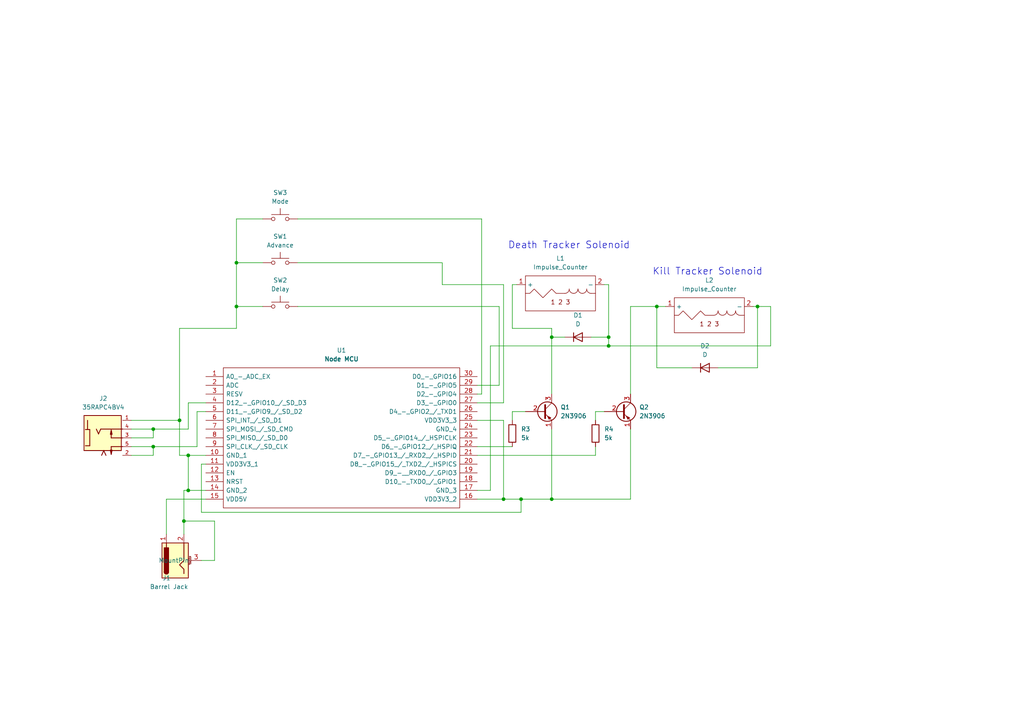
<source format=kicad_sch>
(kicad_sch (version 20211123) (generator eeschema)

  (uuid e63e39d7-6ac0-4ffd-8aa3-1841a4541b55)

  (paper "A4")

  (title_block
    (title "Stat Tracker")
    (date "2023-06-10")
    (rev "2.1")
    (comment 1 "Added a jack for triggering external hardware")
  )

  (lib_symbols
    (symbol "35RAPC4BV4:35RAPC4BV4" (pin_names (offset 1.016)) (in_bom yes) (on_board yes)
      (property "Reference" "J" (id 0) (at -5.08 7.62 0)
        (effects (font (size 1.27 1.27)) (justify left bottom))
      )
      (property "Value" "35RAPC4BV4" (id 1) (at -5.08 -7.62 0)
        (effects (font (size 1.27 1.27)) (justify left bottom))
      )
      (property "Footprint" "SWITCHCRAFT_35RAPC4BV4" (id 2) (at 0 0 0)
        (effects (font (size 1.27 1.27)) (justify bottom) hide)
      )
      (property "Datasheet" "" (id 3) (at 0 0 0)
        (effects (font (size 1.27 1.27)) hide)
      )
      (property "PARTREV" "G" (id 4) (at 0 0 0)
        (effects (font (size 1.27 1.27)) (justify bottom) hide)
      )
      (property "STANDARD" "Manufacturer Recommendations" (id 5) (at 0 0 0)
        (effects (font (size 1.27 1.27)) (justify bottom) hide)
      )
      (property "MAXIMUM_PACKAGE_HIEGHT" "12.573mm" (id 6) (at 0 0 0)
        (effects (font (size 1.27 1.27)) (justify bottom) hide)
      )
      (property "MANUFACTURER" "Switchcraft Inc." (id 7) (at 0 0 0)
        (effects (font (size 1.27 1.27)) (justify bottom) hide)
      )
      (symbol "35RAPC4BV4_0_0"
        (rectangle (start -6.1079 -3.6883) (end 4.6871 6.4717)
          (stroke (width 0.254) (type default) (color 0 0 0 0))
          (fill (type background))
        )
        (polyline
          (pts
            (xy -5.715 2.413)
            (xy -5.08 2.413)
          )
          (stroke (width 0.254) (type default) (color 0 0 0 0))
          (fill (type none))
        )
        (polyline
          (pts
            (xy -5.08 2.413)
            (xy -4.445 2.413)
          )
          (stroke (width 0.254) (type default) (color 0 0 0 0))
          (fill (type none))
        )
        (polyline
          (pts
            (xy -5.08 5.08)
            (xy -5.08 2.413)
          )
          (stroke (width 0.254) (type default) (color 0 0 0 0))
          (fill (type none))
        )
        (polyline
          (pts
            (xy -4.445 -2.286)
            (xy -5.715 -2.286)
          )
          (stroke (width 0.254) (type default) (color 0 0 0 0))
          (fill (type none))
        )
        (polyline
          (pts
            (xy -4.445 2.413)
            (xy -4.445 -2.286)
          )
          (stroke (width 0.254) (type default) (color 0 0 0 0))
          (fill (type none))
        )
        (polyline
          (pts
            (xy -1.905 1.143)
            (xy -2.54 2.54)
          )
          (stroke (width 0.254) (type default) (color 0 0 0 0))
          (fill (type none))
        )
        (polyline
          (pts
            (xy -1.27 2.54)
            (xy -1.905 1.143)
          )
          (stroke (width 0.254) (type default) (color 0 0 0 0))
          (fill (type none))
        )
        (polyline
          (pts
            (xy -0.381 -3.683)
            (xy -1.016 -5.08)
          )
          (stroke (width 0.254) (type default) (color 0 0 0 0))
          (fill (type none))
        )
        (polyline
          (pts
            (xy 0.254 -5.08)
            (xy -0.381 -3.683)
          )
          (stroke (width 0.254) (type default) (color 0 0 0 0))
          (fill (type none))
        )
        (polyline
          (pts
            (xy 1.778 -2.54)
            (xy 1.778 -4.318)
          )
          (stroke (width 0.254) (type default) (color 0 0 0 0))
          (fill (type none))
        )
        (polyline
          (pts
            (xy 1.778 -2.54)
            (xy 5.08 -2.54)
          )
          (stroke (width 0.254) (type default) (color 0 0 0 0))
          (fill (type none))
        )
        (polyline
          (pts
            (xy 1.778 0)
            (xy 1.778 1.778)
          )
          (stroke (width 0.254) (type default) (color 0 0 0 0))
          (fill (type none))
        )
        (polyline
          (pts
            (xy 1.778 0)
            (xy 5.08 0)
          )
          (stroke (width 0.254) (type default) (color 0 0 0 0))
          (fill (type none))
        )
        (polyline
          (pts
            (xy 5.08 2.54)
            (xy -1.27 2.54)
          )
          (stroke (width 0.254) (type default) (color 0 0 0 0))
          (fill (type none))
        )
        (polyline
          (pts
            (xy 1.778 -4.826)
            (xy 1.524 -3.556)
            (xy 2.032 -3.556)
            (xy 1.778 -4.826)
          )
          (stroke (width 0.254) (type default) (color 0 0 0 0))
          (fill (type outline))
        )
        (polyline
          (pts
            (xy 1.778 2.286)
            (xy 1.524 1.016)
            (xy 2.032 1.016)
            (xy 1.778 2.286)
          )
          (stroke (width 0.254) (type default) (color 0 0 0 0))
          (fill (type outline))
        )
        (pin passive line (at 7.62 5.08 180) (length 2.54)
          (name "~" (effects (font (size 1.016 1.016))))
          (number "1" (effects (font (size 1.016 1.016))))
        )
        (pin passive line (at 7.62 -5.08 180) (length 2.54)
          (name "~" (effects (font (size 1.016 1.016))))
          (number "2" (effects (font (size 1.016 1.016))))
        )
        (pin passive line (at 7.62 0 180) (length 2.54)
          (name "~" (effects (font (size 1.016 1.016))))
          (number "3" (effects (font (size 1.016 1.016))))
        )
        (pin passive line (at 7.62 2.54 180) (length 2.54)
          (name "~" (effects (font (size 1.016 1.016))))
          (number "4" (effects (font (size 1.016 1.016))))
        )
        (pin passive line (at 7.62 -2.54 180) (length 2.54)
          (name "~" (effects (font (size 1.016 1.016))))
          (number "5" (effects (font (size 1.016 1.016))))
        )
      )
    )
    (symbol "Connector:Barrel_Jack_MountingPin" (in_bom yes) (on_board yes)
      (property "Reference" "J1" (id 0) (at -5.08 1.2701 90)
        (effects (font (size 1.27 1.27)) (justify left))
      )
      (property "Value" "Barrel Jack" (id 1) (at -5.08 -1.2699 90)
        (effects (font (size 1.27 1.27)) (justify left))
      )
      (property "Footprint" "Connector_BarrelJack:BarrelJack_Horizontal" (id 2) (at 1.016 1.27 0)
        (effects (font (size 1.27 1.27)) hide)
      )
      (property "Datasheet" "~" (id 3) (at 1.016 1.27 0)
        (effects (font (size 1.27 1.27)) hide)
      )
      (property "ki_keywords" "DC power barrel jack connector" (id 4) (at 0 0 0)
        (effects (font (size 1.27 1.27)) hide)
      )
      (property "ki_description" "DC Barrel Jack with a mounting pin" (id 5) (at 0 0 0)
        (effects (font (size 1.27 1.27)) hide)
      )
      (property "ki_fp_filters" "BarrelJack*" (id 6) (at 0 0 0)
        (effects (font (size 1.27 1.27)) hide)
      )
      (symbol "Barrel_Jack_MountingPin_0_1"
        (rectangle (start -5.08 3.81) (end 5.08 -3.81)
          (stroke (width 0.254) (type default) (color 0 0 0 0))
          (fill (type background))
        )
        (arc (start -3.302 3.175) (mid -3.937 2.54) (end -3.302 1.905)
          (stroke (width 0.254) (type default) (color 0 0 0 0))
          (fill (type none))
        )
        (arc (start -3.302 3.175) (mid -3.937 2.54) (end -3.302 1.905)
          (stroke (width 0.254) (type default) (color 0 0 0 0))
          (fill (type outline))
        )
        (polyline
          (pts
            (xy 5.08 2.54)
            (xy 3.81 2.54)
          )
          (stroke (width 0.254) (type default) (color 0 0 0 0))
          (fill (type none))
        )
        (polyline
          (pts
            (xy -3.81 -2.54)
            (xy -2.54 -2.54)
            (xy -1.27 -1.27)
            (xy 0 -2.54)
            (xy 2.54 -2.54)
            (xy 5.08 -2.54)
          )
          (stroke (width 0.254) (type default) (color 0 0 0 0))
          (fill (type none))
        )
        (rectangle (start 3.683 3.175) (end -3.302 1.905)
          (stroke (width 0.254) (type default) (color 0 0 0 0))
          (fill (type outline))
        )
      )
      (symbol "Barrel_Jack_MountingPin_1_1"
        (polyline
          (pts
            (xy -1.016 -4.572)
            (xy 1.016 -4.572)
          )
          (stroke (width 0.1524) (type default) (color 0 0 0 0))
          (fill (type none))
        )
        (text "Mounting" (at 0 -4.191 0)
          (effects (font (size 0.381 0.381)))
        )
        (pin passive line (at 7.62 2.54 180) (length 2.54)
          (name "~" (effects (font (size 1.27 1.27))))
          (number "1" (effects (font (size 1.27 1.27))))
        )
        (pin passive line (at 7.62 -2.54 180) (length 2.54)
          (name "~" (effects (font (size 1.27 1.27))))
          (number "2" (effects (font (size 1.27 1.27))))
        )
        (pin passive line (at 0 -7.62 90) (length 3.048)
          (name "MountPin" (effects (font (size 1.27 1.27))))
          (number "3" (effects (font (size 1.27 1.27))))
        )
      )
    )
    (symbol "Custom_Displays:Impulse_Counter" (in_bom yes) (on_board yes)
      (property "Reference" "L1" (id 0) (at 0 10.16 0)
        (effects (font (size 1.27 1.27)))
      )
      (property "Value" "Impulse_Counter" (id 1) (at 0 7.62 0)
        (effects (font (size 1.27 1.27)))
      )
      (property "Footprint" "Connector_PinHeader_2.54mm:PinHeader_1x02_P2.54mm_Vertical" (id 2) (at 0 0 0)
        (effects (font (size 1.27 1.27)) hide)
      )
      (property "Datasheet" "" (id 3) (at 0 0 0)
        (effects (font (size 1.27 1.27)) hide)
      )
      (property "Resistance" "" (id 4) (at 0 0 0)
        (effects (font (size 1.27 1.27)))
      )
      (property "Inductance" "" (id 5) (at 0 0 0)
        (effects (font (size 1.27 1.27)))
      )
      (symbol "Impulse_Counter_0_0"
        (text "1 2 3" (at 0 -2.54 0)
          (effects (font (size 1.27 1.27)))
        )
      )
      (symbol "Impulse_Counter_0_1"
        (rectangle (start -10.16 5.08) (end 10.16 -5.08)
          (stroke (width 0) (type default) (color 0 0 0 0))
          (fill (type none))
        )
        (polyline
          (pts
            (xy 8.89 0)
            (xy 10.16 0)
          )
          (stroke (width 0) (type default) (color 0 0 0 0))
          (fill (type none))
        )
        (polyline
          (pts
            (xy -10.16 0)
            (xy -8.89 0)
            (xy -7.62 1.27)
            (xy -5.08 -1.27)
            (xy -2.54 1.27)
            (xy -1.27 0)
            (xy 0 0)
            (xy 1.27 0)
          )
          (stroke (width 0) (type default) (color 0 0 0 0))
          (fill (type none))
        )
        (arc (start 1.27 0) (mid 3.438 -0.898) (end 2.54 1.27)
          (stroke (width 0) (type default) (color 0 0 0 0))
          (fill (type none))
        )
        (arc (start 2.54 1.27) (mid 1.642 -0.898) (end 3.81 0)
          (stroke (width 0) (type default) (color 0 0 0 0))
          (fill (type none))
        )
        (arc (start 3.81 0) (mid 5.978 -0.898) (end 5.08 1.27)
          (stroke (width 0) (type default) (color 0 0 0 0))
          (fill (type none))
        )
        (arc (start 5.08 1.27) (mid 4.182 -0.898) (end 6.35 0)
          (stroke (width 0) (type default) (color 0 0 0 0))
          (fill (type none))
        )
        (arc (start 6.35 0) (mid 8.518 -0.898) (end 7.62 1.27)
          (stroke (width 0) (type default) (color 0 0 0 0))
          (fill (type none))
        )
        (arc (start 7.62 1.27) (mid 6.722 -0.898) (end 8.89 0)
          (stroke (width 0) (type default) (color 0 0 0 0))
          (fill (type none))
        )
      )
      (symbol "Impulse_Counter_1_1"
        (pin power_in line (at -12.7 2.54 0) (length 2.54)
          (name "+" (effects (font (size 1.27 1.27))))
          (number "1" (effects (font (size 1.27 1.27))))
        )
        (pin power_out line (at 12.7 2.54 180) (length 2.54)
          (name "-" (effects (font (size 1.27 1.27))))
          (number "2" (effects (font (size 1.27 1.27))))
        )
      )
    )
    (symbol "Device:D" (pin_numbers hide) (pin_names (offset 1.016) hide) (in_bom yes) (on_board yes)
      (property "Reference" "D" (id 0) (at 0 2.54 0)
        (effects (font (size 1.27 1.27)))
      )
      (property "Value" "D" (id 1) (at 0 -2.54 0)
        (effects (font (size 1.27 1.27)))
      )
      (property "Footprint" "" (id 2) (at 0 0 0)
        (effects (font (size 1.27 1.27)) hide)
      )
      (property "Datasheet" "~" (id 3) (at 0 0 0)
        (effects (font (size 1.27 1.27)) hide)
      )
      (property "ki_keywords" "diode" (id 4) (at 0 0 0)
        (effects (font (size 1.27 1.27)) hide)
      )
      (property "ki_description" "Diode" (id 5) (at 0 0 0)
        (effects (font (size 1.27 1.27)) hide)
      )
      (property "ki_fp_filters" "TO-???* *_Diode_* *SingleDiode* D_*" (id 6) (at 0 0 0)
        (effects (font (size 1.27 1.27)) hide)
      )
      (symbol "D_0_1"
        (polyline
          (pts
            (xy -1.27 1.27)
            (xy -1.27 -1.27)
          )
          (stroke (width 0.254) (type default) (color 0 0 0 0))
          (fill (type none))
        )
        (polyline
          (pts
            (xy 1.27 0)
            (xy -1.27 0)
          )
          (stroke (width 0) (type default) (color 0 0 0 0))
          (fill (type none))
        )
        (polyline
          (pts
            (xy 1.27 1.27)
            (xy 1.27 -1.27)
            (xy -1.27 0)
            (xy 1.27 1.27)
          )
          (stroke (width 0.254) (type default) (color 0 0 0 0))
          (fill (type none))
        )
      )
      (symbol "D_1_1"
        (pin passive line (at -3.81 0 0) (length 2.54)
          (name "K" (effects (font (size 1.27 1.27))))
          (number "1" (effects (font (size 1.27 1.27))))
        )
        (pin passive line (at 3.81 0 180) (length 2.54)
          (name "A" (effects (font (size 1.27 1.27))))
          (number "2" (effects (font (size 1.27 1.27))))
        )
      )
    )
    (symbol "Device:R" (pin_numbers hide) (pin_names (offset 0)) (in_bom yes) (on_board yes)
      (property "Reference" "R" (id 0) (at 2.032 0 90)
        (effects (font (size 1.27 1.27)))
      )
      (property "Value" "R" (id 1) (at 0 0 90)
        (effects (font (size 1.27 1.27)))
      )
      (property "Footprint" "" (id 2) (at -1.778 0 90)
        (effects (font (size 1.27 1.27)) hide)
      )
      (property "Datasheet" "~" (id 3) (at 0 0 0)
        (effects (font (size 1.27 1.27)) hide)
      )
      (property "ki_keywords" "R res resistor" (id 4) (at 0 0 0)
        (effects (font (size 1.27 1.27)) hide)
      )
      (property "ki_description" "Resistor" (id 5) (at 0 0 0)
        (effects (font (size 1.27 1.27)) hide)
      )
      (property "ki_fp_filters" "R_*" (id 6) (at 0 0 0)
        (effects (font (size 1.27 1.27)) hide)
      )
      (symbol "R_0_1"
        (rectangle (start -1.016 -2.54) (end 1.016 2.54)
          (stroke (width 0.254) (type default) (color 0 0 0 0))
          (fill (type none))
        )
      )
      (symbol "R_1_1"
        (pin passive line (at 0 3.81 270) (length 1.27)
          (name "~" (effects (font (size 1.27 1.27))))
          (number "1" (effects (font (size 1.27 1.27))))
        )
        (pin passive line (at 0 -3.81 90) (length 1.27)
          (name "~" (effects (font (size 1.27 1.27))))
          (number "2" (effects (font (size 1.27 1.27))))
        )
      )
    )
    (symbol "Impulse_Counter_1" (in_bom yes) (on_board yes)
      (property "Reference" "L2" (id 0) (at 0 10.16 0)
        (effects (font (size 1.27 1.27)))
      )
      (property "Value" "Impulse_Counter" (id 1) (at 0 7.62 0)
        (effects (font (size 1.27 1.27)))
      )
      (property "Footprint" "Connector_PinHeader_2.54mm:PinHeader_1x02_P2.54mm_Vertical" (id 2) (at 0 0 0)
        (effects (font (size 1.27 1.27)) hide)
      )
      (property "Datasheet" "" (id 3) (at 0 0 0)
        (effects (font (size 1.27 1.27)) hide)
      )
      (property "Resistance" "" (id 4) (at 0 0 0)
        (effects (font (size 1.27 1.27)))
      )
      (property "Inductance" "" (id 5) (at 0 0 0)
        (effects (font (size 1.27 1.27)))
      )
      (symbol "Impulse_Counter_1_0_0"
        (text "1 2 3" (at 0 -2.54 0)
          (effects (font (size 1.27 1.27)))
        )
      )
      (symbol "Impulse_Counter_1_0_1"
        (rectangle (start -10.16 5.08) (end 10.16 -5.08)
          (stroke (width 0) (type default) (color 0 0 0 0))
          (fill (type none))
        )
        (polyline
          (pts
            (xy 8.89 0)
            (xy 10.16 0)
          )
          (stroke (width 0) (type default) (color 0 0 0 0))
          (fill (type none))
        )
        (polyline
          (pts
            (xy -10.16 0)
            (xy -8.89 0)
            (xy -7.62 1.27)
            (xy -5.08 -1.27)
            (xy -2.54 1.27)
            (xy -1.27 0)
            (xy 0 0)
            (xy 1.27 0)
          )
          (stroke (width 0) (type default) (color 0 0 0 0))
          (fill (type none))
        )
        (arc (start 1.27 0) (mid 3.438 -0.898) (end 2.54 1.27)
          (stroke (width 0) (type default) (color 0 0 0 0))
          (fill (type none))
        )
        (arc (start 2.54 1.27) (mid 1.642 -0.898) (end 3.81 0)
          (stroke (width 0) (type default) (color 0 0 0 0))
          (fill (type none))
        )
        (arc (start 3.81 0) (mid 5.978 -0.898) (end 5.08 1.27)
          (stroke (width 0) (type default) (color 0 0 0 0))
          (fill (type none))
        )
        (arc (start 5.08 1.27) (mid 4.182 -0.898) (end 6.35 0)
          (stroke (width 0) (type default) (color 0 0 0 0))
          (fill (type none))
        )
        (arc (start 6.35 0) (mid 8.518 -0.898) (end 7.62 1.27)
          (stroke (width 0) (type default) (color 0 0 0 0))
          (fill (type none))
        )
        (arc (start 7.62 1.27) (mid 6.722 -0.898) (end 8.89 0)
          (stroke (width 0) (type default) (color 0 0 0 0))
          (fill (type none))
        )
      )
      (symbol "Impulse_Counter_1_1_1"
        (pin power_in line (at -12.7 2.54 0) (length 2.54)
          (name "+" (effects (font (size 1.27 1.27))))
          (number "1" (effects (font (size 1.27 1.27))))
        )
        (pin power_out line (at 12.7 2.54 180) (length 2.54)
          (name "-" (effects (font (size 1.27 1.27))))
          (number "2" (effects (font (size 1.27 1.27))))
        )
      )
    )
    (symbol "NodeMCU_Devkit:113990105" (pin_names (offset 0.762)) (in_bom yes) (on_board yes)
      (property "Reference" "U" (id 0) (at 74.93 7.62 0)
        (effects (font (size 1.27 1.27)) (justify left))
      )
      (property "Value" "113990105" (id 1) (at 74.93 5.08 0)
        (effects (font (size 1.27 1.27)) (justify left))
      )
      (property "Footprint" "113990105" (id 2) (at 74.93 2.54 0)
        (effects (font (size 1.27 1.27)) (justify left) hide)
      )
      (property "Datasheet" "https://www.seeedstudio.com/NodeMCU-v2-Lua-based-ESP8266-development-kit.html" (id 3) (at 74.93 0 0)
        (effects (font (size 1.27 1.27)) (justify left) hide)
      )
      (property "Description" "NodeMCU DEVKIT V1.0" (id 4) (at 74.93 -2.54 0)
        (effects (font (size 1.27 1.27)) (justify left) hide)
      )
      (property "Height" "7.35" (id 5) (at 74.93 -5.08 0)
        (effects (font (size 1.27 1.27)) (justify left) hide)
      )
      (property "Manufacturer_Name" "Seeed Studio" (id 6) (at 74.93 -7.62 0)
        (effects (font (size 1.27 1.27)) (justify left) hide)
      )
      (property "Manufacturer_Part_Number" "113990105" (id 7) (at 74.93 -10.16 0)
        (effects (font (size 1.27 1.27)) (justify left) hide)
      )
      (property "Mouser Part Number" "713-113990105" (id 8) (at 74.93 -12.7 0)
        (effects (font (size 1.27 1.27)) (justify left) hide)
      )
      (property "Mouser Price/Stock" "https://www.mouser.co.uk/ProductDetail/Seeed-Studio/113990105?qs=SElPoaY2y5KMx8k1roAIKw%3D%3D" (id 9) (at 74.93 -15.24 0)
        (effects (font (size 1.27 1.27)) (justify left) hide)
      )
      (property "Arrow Part Number" "113990105" (id 10) (at 74.93 -17.78 0)
        (effects (font (size 1.27 1.27)) (justify left) hide)
      )
      (property "Arrow Price/Stock" "https://www.arrow.com/en/products/113990105/seeed-technology-limited?region=nac" (id 11) (at 74.93 -20.32 0)
        (effects (font (size 1.27 1.27)) (justify left) hide)
      )
      (property "ki_description" "NodeMCU DEVKIT V1.0" (id 12) (at 0 0 0)
        (effects (font (size 1.27 1.27)) hide)
      )
      (symbol "113990105_0_0"
        (pin bidirectional line (at 0 0 0) (length 5.08)
          (name "A0_-_ADC_EX" (effects (font (size 1.27 1.27))))
          (number "1" (effects (font (size 1.27 1.27))))
        )
        (pin power_in line (at 0 -22.86 0) (length 5.08)
          (name "GND_1" (effects (font (size 1.27 1.27))))
          (number "10" (effects (font (size 1.27 1.27))))
        )
        (pin power_in line (at 0 -25.4 0) (length 5.08)
          (name "VDD3V3_1" (effects (font (size 1.27 1.27))))
          (number "11" (effects (font (size 1.27 1.27))))
        )
        (pin input line (at 0 -27.94 0) (length 5.08)
          (name "EN" (effects (font (size 1.27 1.27))))
          (number "12" (effects (font (size 1.27 1.27))))
        )
        (pin input line (at 0 -30.48 0) (length 5.08)
          (name "NRST" (effects (font (size 1.27 1.27))))
          (number "13" (effects (font (size 1.27 1.27))))
        )
        (pin power_in line (at 0 -33.02 0) (length 5.08)
          (name "GND_2" (effects (font (size 1.27 1.27))))
          (number "14" (effects (font (size 1.27 1.27))))
        )
        (pin power_in line (at 0 -35.56 0) (length 5.08)
          (name "VDD5V" (effects (font (size 1.27 1.27))))
          (number "15" (effects (font (size 1.27 1.27))))
        )
        (pin power_in line (at 78.74 -35.56 180) (length 5.08)
          (name "VDD3V3_2" (effects (font (size 1.27 1.27))))
          (number "16" (effects (font (size 1.27 1.27))))
        )
        (pin power_in line (at 78.74 -33.02 180) (length 5.08)
          (name "GND_3" (effects (font (size 1.27 1.27))))
          (number "17" (effects (font (size 1.27 1.27))))
        )
        (pin bidirectional line (at 78.74 -30.48 180) (length 5.08)
          (name "D10_-_TXD0_/_GPIO1" (effects (font (size 1.27 1.27))))
          (number "18" (effects (font (size 1.27 1.27))))
        )
        (pin bidirectional line (at 78.74 -27.94 180) (length 5.08)
          (name "D9_-__RXD0_/_GPIO3" (effects (font (size 1.27 1.27))))
          (number "19" (effects (font (size 1.27 1.27))))
        )
        (pin bidirectional line (at 0 -2.54 0) (length 5.08)
          (name "ADC" (effects (font (size 1.27 1.27))))
          (number "2" (effects (font (size 1.27 1.27))))
        )
        (pin bidirectional line (at 78.74 -25.4 180) (length 5.08)
          (name "D8_-_GPIO15_/_TXD2_/_HSPICS" (effects (font (size 1.27 1.27))))
          (number "20" (effects (font (size 1.27 1.27))))
        )
        (pin bidirectional line (at 78.74 -22.86 180) (length 5.08)
          (name "D7_-_GPIO13_/_RXD2_/_HSPID" (effects (font (size 1.27 1.27))))
          (number "21" (effects (font (size 1.27 1.27))))
        )
        (pin bidirectional line (at 78.74 -20.32 180) (length 5.08)
          (name "D6_-_GPIO12_/_HSPIQ" (effects (font (size 1.27 1.27))))
          (number "22" (effects (font (size 1.27 1.27))))
        )
        (pin bidirectional line (at 78.74 -17.78 180) (length 5.08)
          (name "D5_-_GPIO14_/_HSPICLK" (effects (font (size 1.27 1.27))))
          (number "23" (effects (font (size 1.27 1.27))))
        )
        (pin power_in line (at 78.74 -15.24 180) (length 5.08)
          (name "GND_4" (effects (font (size 1.27 1.27))))
          (number "24" (effects (font (size 1.27 1.27))))
        )
        (pin power_in line (at 78.74 -12.7 180) (length 5.08)
          (name "VDD3V3_3" (effects (font (size 1.27 1.27))))
          (number "25" (effects (font (size 1.27 1.27))))
        )
        (pin bidirectional line (at 78.74 -10.16 180) (length 5.08)
          (name "D4_-_GPIO2_/_TXD1" (effects (font (size 1.27 1.27))))
          (number "26" (effects (font (size 1.27 1.27))))
        )
        (pin bidirectional line (at 78.74 -7.62 180) (length 5.08)
          (name "D3_-_GPIO0" (effects (font (size 1.27 1.27))))
          (number "27" (effects (font (size 1.27 1.27))))
        )
        (pin bidirectional line (at 78.74 -5.08 180) (length 5.08)
          (name "D2_-_GPIO4" (effects (font (size 1.27 1.27))))
          (number "28" (effects (font (size 1.27 1.27))))
        )
        (pin bidirectional line (at 78.74 -2.54 180) (length 5.08)
          (name "D1_-_GPIO5" (effects (font (size 1.27 1.27))))
          (number "29" (effects (font (size 1.27 1.27))))
        )
        (pin passive line (at 0 -5.08 0) (length 5.08)
          (name "RESV" (effects (font (size 1.27 1.27))))
          (number "3" (effects (font (size 1.27 1.27))))
        )
        (pin bidirectional line (at 78.74 0 180) (length 5.08)
          (name "D0_-_GPIO16" (effects (font (size 1.27 1.27))))
          (number "30" (effects (font (size 1.27 1.27))))
        )
        (pin bidirectional line (at 0 -7.62 0) (length 5.08)
          (name "D12_-_GPIO10_/_SD_D3" (effects (font (size 1.27 1.27))))
          (number "4" (effects (font (size 1.27 1.27))))
        )
        (pin bidirectional line (at 0 -10.16 0) (length 5.08)
          (name "D11_-_GPIO9_/_SD_D2" (effects (font (size 1.27 1.27))))
          (number "5" (effects (font (size 1.27 1.27))))
        )
        (pin bidirectional line (at 0 -12.7 0) (length 5.08)
          (name "SPI_INT_/_SD_D1" (effects (font (size 1.27 1.27))))
          (number "6" (effects (font (size 1.27 1.27))))
        )
        (pin bidirectional line (at 0 -15.24 0) (length 5.08)
          (name "SPI_MOSI_/_SD_CMD" (effects (font (size 1.27 1.27))))
          (number "7" (effects (font (size 1.27 1.27))))
        )
        (pin bidirectional line (at 0 -17.78 0) (length 5.08)
          (name "SPI_MISO_/_SD_D0" (effects (font (size 1.27 1.27))))
          (number "8" (effects (font (size 1.27 1.27))))
        )
        (pin bidirectional line (at 0 -20.32 0) (length 5.08)
          (name "SPI_CLK_/_SD_CLK" (effects (font (size 1.27 1.27))))
          (number "9" (effects (font (size 1.27 1.27))))
        )
      )
      (symbol "113990105_0_1"
        (polyline
          (pts
            (xy 5.08 2.54)
            (xy 73.66 2.54)
            (xy 73.66 -38.1)
            (xy 5.08 -38.1)
            (xy 5.08 2.54)
          )
          (stroke (width 0.1524) (type default) (color 0 0 0 0))
          (fill (type none))
        )
      )
    )
    (symbol "Switch:SW_Push" (pin_numbers hide) (pin_names (offset 1.016) hide) (in_bom yes) (on_board yes)
      (property "Reference" "SW" (id 0) (at 1.27 2.54 0)
        (effects (font (size 1.27 1.27)) (justify left))
      )
      (property "Value" "SW_Push" (id 1) (at 0 -1.524 0)
        (effects (font (size 1.27 1.27)))
      )
      (property "Footprint" "" (id 2) (at 0 5.08 0)
        (effects (font (size 1.27 1.27)) hide)
      )
      (property "Datasheet" "~" (id 3) (at 0 5.08 0)
        (effects (font (size 1.27 1.27)) hide)
      )
      (property "ki_keywords" "switch normally-open pushbutton push-button" (id 4) (at 0 0 0)
        (effects (font (size 1.27 1.27)) hide)
      )
      (property "ki_description" "Push button switch, generic, two pins" (id 5) (at 0 0 0)
        (effects (font (size 1.27 1.27)) hide)
      )
      (symbol "SW_Push_0_1"
        (circle (center -2.032 0) (radius 0.508)
          (stroke (width 0) (type default) (color 0 0 0 0))
          (fill (type none))
        )
        (polyline
          (pts
            (xy 0 1.27)
            (xy 0 3.048)
          )
          (stroke (width 0) (type default) (color 0 0 0 0))
          (fill (type none))
        )
        (polyline
          (pts
            (xy 2.54 1.27)
            (xy -2.54 1.27)
          )
          (stroke (width 0) (type default) (color 0 0 0 0))
          (fill (type none))
        )
        (circle (center 2.032 0) (radius 0.508)
          (stroke (width 0) (type default) (color 0 0 0 0))
          (fill (type none))
        )
        (pin passive line (at -5.08 0 0) (length 2.54)
          (name "1" (effects (font (size 1.27 1.27))))
          (number "1" (effects (font (size 1.27 1.27))))
        )
        (pin passive line (at 5.08 0 180) (length 2.54)
          (name "2" (effects (font (size 1.27 1.27))))
          (number "2" (effects (font (size 1.27 1.27))))
        )
      )
    )
    (symbol "Transistor_BJT:2N3906" (pin_names (offset 0) hide) (in_bom yes) (on_board yes)
      (property "Reference" "Q" (id 0) (at 5.08 1.905 0)
        (effects (font (size 1.27 1.27)) (justify left))
      )
      (property "Value" "2N3906" (id 1) (at 5.08 0 0)
        (effects (font (size 1.27 1.27)) (justify left))
      )
      (property "Footprint" "Package_TO_SOT_THT:TO-92_Inline" (id 2) (at 5.08 -1.905 0)
        (effects (font (size 1.27 1.27) italic) (justify left) hide)
      )
      (property "Datasheet" "https://www.onsemi.com/pub/Collateral/2N3906-D.PDF" (id 3) (at 0 0 0)
        (effects (font (size 1.27 1.27)) (justify left) hide)
      )
      (property "ki_keywords" "PNP Transistor" (id 4) (at 0 0 0)
        (effects (font (size 1.27 1.27)) hide)
      )
      (property "ki_description" "-0.2A Ic, -40V Vce, Small Signal PNP Transistor, TO-92" (id 5) (at 0 0 0)
        (effects (font (size 1.27 1.27)) hide)
      )
      (property "ki_fp_filters" "TO?92*" (id 6) (at 0 0 0)
        (effects (font (size 1.27 1.27)) hide)
      )
      (symbol "2N3906_0_1"
        (polyline
          (pts
            (xy 0.635 0.635)
            (xy 2.54 2.54)
          )
          (stroke (width 0) (type default) (color 0 0 0 0))
          (fill (type none))
        )
        (polyline
          (pts
            (xy 0.635 -0.635)
            (xy 2.54 -2.54)
            (xy 2.54 -2.54)
          )
          (stroke (width 0) (type default) (color 0 0 0 0))
          (fill (type none))
        )
        (polyline
          (pts
            (xy 0.635 1.905)
            (xy 0.635 -1.905)
            (xy 0.635 -1.905)
          )
          (stroke (width 0.508) (type default) (color 0 0 0 0))
          (fill (type none))
        )
        (polyline
          (pts
            (xy 2.286 -1.778)
            (xy 1.778 -2.286)
            (xy 1.27 -1.27)
            (xy 2.286 -1.778)
            (xy 2.286 -1.778)
          )
          (stroke (width 0) (type default) (color 0 0 0 0))
          (fill (type outline))
        )
        (circle (center 1.27 0) (radius 2.8194)
          (stroke (width 0.254) (type default) (color 0 0 0 0))
          (fill (type none))
        )
      )
      (symbol "2N3906_1_1"
        (pin passive line (at 2.54 -5.08 90) (length 2.54)
          (name "E" (effects (font (size 1.27 1.27))))
          (number "1" (effects (font (size 1.27 1.27))))
        )
        (pin input line (at -5.08 0 0) (length 5.715)
          (name "B" (effects (font (size 1.27 1.27))))
          (number "2" (effects (font (size 1.27 1.27))))
        )
        (pin passive line (at 2.54 5.08 270) (length 2.54)
          (name "C" (effects (font (size 1.27 1.27))))
          (number "3" (effects (font (size 1.27 1.27))))
        )
      )
    )
  )

  (junction (at 176.53 100.33) (diameter 0) (color 0 0 0 0)
    (uuid 1a09a7e8-4bd6-4e2a-b53e-a73087499c39)
  )
  (junction (at 53.34 151.13) (diameter 0) (color 0 0 0 0)
    (uuid 229c715f-d061-4c70-ac37-6a315e11109c)
  )
  (junction (at 160.02 97.79) (diameter 0) (color 0 0 0 0)
    (uuid 31944f84-56a4-474d-837f-6544bda85f03)
  )
  (junction (at 68.58 88.9) (diameter 0) (color 0 0 0 0)
    (uuid 33989282-b3ea-41ee-9e74-dd6286356270)
  )
  (junction (at 44.45 129.54) (diameter 0) (color 0 0 0 0)
    (uuid 34a76f0e-3ddc-4dce-8812-ef4dcc5a906c)
  )
  (junction (at 54.61 132.08) (diameter 0) (color 0 0 0 0)
    (uuid 492df839-d746-458b-b325-9ce5b8475777)
  )
  (junction (at 52.07 121.92) (diameter 0) (color 0 0 0 0)
    (uuid 49bf8ad4-554b-4c93-b6e8-7c5d87ceefbe)
  )
  (junction (at 190.5 88.9) (diameter 0) (color 0 0 0 0)
    (uuid 4f2d8a1b-8155-4d3a-9a86-8870ef3caf3d)
  )
  (junction (at 160.02 144.78) (diameter 0) (color 0 0 0 0)
    (uuid 630d1c6a-068b-4cb3-9ba4-3981fd32df31)
  )
  (junction (at 219.71 88.9) (diameter 0) (color 0 0 0 0)
    (uuid 6ba469dc-1d5a-4aec-aad4-fce4f524b330)
  )
  (junction (at 176.53 97.79) (diameter 0) (color 0 0 0 0)
    (uuid 7aea6cd1-07b8-4471-bbad-48d20bc35787)
  )
  (junction (at 44.45 124.46) (diameter 0) (color 0 0 0 0)
    (uuid 8a56419c-48a4-4a78-b450-1d75c9652e2b)
  )
  (junction (at 151.13 144.78) (diameter 0) (color 0 0 0 0)
    (uuid a0452cf5-e3c7-4e37-955c-f4c4f4bcc159)
  )
  (junction (at 68.58 76.2) (diameter 0) (color 0 0 0 0)
    (uuid c71a4040-a09b-40af-aa01-8e23d4723f66)
  )
  (junction (at 146.05 144.78) (diameter 0) (color 0 0 0 0)
    (uuid e9194a46-efbc-4547-a25c-82fa6bc2d703)
  )
  (junction (at 54.61 142.24) (diameter 0) (color 0 0 0 0)
    (uuid f8054489-c23f-4f8e-9910-c8a00d552545)
  )

  (wire (pts (xy 138.43 144.78) (xy 146.05 144.78))
    (stroke (width 0) (type default) (color 0 0 0 0))
    (uuid 007158a7-1122-43d8-b090-b19833fb5bf9)
  )
  (wire (pts (xy 208.28 106.68) (xy 219.71 106.68))
    (stroke (width 0) (type default) (color 0 0 0 0))
    (uuid 05393675-6c49-41f5-958a-c9f1ed3d1a91)
  )
  (wire (pts (xy 182.88 114.3) (xy 182.88 88.9))
    (stroke (width 0) (type default) (color 0 0 0 0))
    (uuid 0a36adad-0dc3-401e-ab90-3f5d0e64bb52)
  )
  (wire (pts (xy 144.78 88.9) (xy 86.36 88.9))
    (stroke (width 0) (type default) (color 0 0 0 0))
    (uuid 0b17d7af-8ca1-4246-ad53-0013437c5a2d)
  )
  (wire (pts (xy 57.15 129.54) (xy 57.15 119.38))
    (stroke (width 0) (type default) (color 0 0 0 0))
    (uuid 0b3c5dee-7d42-41e5-968a-6733d511bbbf)
  )
  (wire (pts (xy 176.53 100.33) (xy 223.52 100.33))
    (stroke (width 0) (type default) (color 0 0 0 0))
    (uuid 0ccc2941-f2a4-4115-ba7e-1df1dc1e3f43)
  )
  (wire (pts (xy 160.02 95.25) (xy 148.59 95.25))
    (stroke (width 0) (type default) (color 0 0 0 0))
    (uuid 0e9c3401-72b7-48ae-b695-e74020bba81a)
  )
  (wire (pts (xy 57.15 119.38) (xy 59.69 119.38))
    (stroke (width 0) (type default) (color 0 0 0 0))
    (uuid 0f70f6fc-2ffb-4d69-9552-7284347ae7ea)
  )
  (wire (pts (xy 48.26 144.78) (xy 59.69 144.78))
    (stroke (width 0) (type default) (color 0 0 0 0))
    (uuid 115a473e-e274-4106-9bfd-dc2cbde12971)
  )
  (wire (pts (xy 176.53 97.79) (xy 176.53 100.33))
    (stroke (width 0) (type default) (color 0 0 0 0))
    (uuid 12a9a427-d669-403e-b3de-94db0ee4d987)
  )
  (wire (pts (xy 68.58 95.25) (xy 52.07 95.25))
    (stroke (width 0) (type default) (color 0 0 0 0))
    (uuid 12c70586-4afb-4f31-ad88-cbf41854a03e)
  )
  (wire (pts (xy 148.59 82.55) (xy 149.86 82.55))
    (stroke (width 0) (type default) (color 0 0 0 0))
    (uuid 131d6cef-e1ac-4fa0-ba8f-37fa0f9ef3d0)
  )
  (wire (pts (xy 58.42 162.56) (xy 62.23 162.56))
    (stroke (width 0) (type default) (color 0 0 0 0))
    (uuid 148505a8-c4f2-437c-91cc-4390e2ba3f87)
  )
  (wire (pts (xy 151.13 144.78) (xy 160.02 144.78))
    (stroke (width 0) (type default) (color 0 0 0 0))
    (uuid 1e69adcb-e95e-4952-93d0-41f1520825ea)
  )
  (wire (pts (xy 54.61 116.84) (xy 59.69 116.84))
    (stroke (width 0) (type default) (color 0 0 0 0))
    (uuid 20dbec3f-c43f-43d8-8764-7548082be87a)
  )
  (wire (pts (xy 54.61 124.46) (xy 54.61 116.84))
    (stroke (width 0) (type default) (color 0 0 0 0))
    (uuid 221af81a-8e69-4a76-9ca6-0ca8cf7019b3)
  )
  (wire (pts (xy 139.7 114.3) (xy 139.7 63.5))
    (stroke (width 0) (type default) (color 0 0 0 0))
    (uuid 23bf1e04-10f8-4e89-a6ef-39c6e92bf8b8)
  )
  (wire (pts (xy 223.52 100.33) (xy 223.52 88.9))
    (stroke (width 0) (type default) (color 0 0 0 0))
    (uuid 2e275b22-904e-4cbb-bdfa-e64d79cd3655)
  )
  (wire (pts (xy 148.59 121.92) (xy 148.59 119.38))
    (stroke (width 0) (type default) (color 0 0 0 0))
    (uuid 32229e9a-be7e-48a1-afbd-8ae8e05f90dc)
  )
  (wire (pts (xy 146.05 82.55) (xy 128.27 82.55))
    (stroke (width 0) (type default) (color 0 0 0 0))
    (uuid 3268a523-82ea-486e-956b-e09154f5616a)
  )
  (wire (pts (xy 54.61 132.08) (xy 59.69 132.08))
    (stroke (width 0) (type default) (color 0 0 0 0))
    (uuid 3542bc1f-f904-406d-b581-733e809a2363)
  )
  (wire (pts (xy 38.1 132.08) (xy 44.45 132.08))
    (stroke (width 0) (type default) (color 0 0 0 0))
    (uuid 38796abb-c2a2-4351-be2e-0c0e9059ca6d)
  )
  (wire (pts (xy 68.58 63.5) (xy 68.58 76.2))
    (stroke (width 0) (type default) (color 0 0 0 0))
    (uuid 3b2cf484-2d3d-4072-9b8c-81ed8344742b)
  )
  (wire (pts (xy 151.13 148.59) (xy 151.13 144.78))
    (stroke (width 0) (type default) (color 0 0 0 0))
    (uuid 3d247079-b2a6-4ae1-bfb4-f24210808b33)
  )
  (wire (pts (xy 218.44 88.9) (xy 219.71 88.9))
    (stroke (width 0) (type default) (color 0 0 0 0))
    (uuid 3d8a4e04-69ce-413e-8717-ce5b83c3dd40)
  )
  (wire (pts (xy 52.07 95.25) (xy 52.07 121.92))
    (stroke (width 0) (type default) (color 0 0 0 0))
    (uuid 41f95813-e2d3-4b54-94cd-c3e5bf9ae56b)
  )
  (wire (pts (xy 182.88 88.9) (xy 190.5 88.9))
    (stroke (width 0) (type default) (color 0 0 0 0))
    (uuid 44190050-c39f-47f2-a48e-c6f527b72c3f)
  )
  (wire (pts (xy 38.1 127) (xy 44.45 127))
    (stroke (width 0) (type default) (color 0 0 0 0))
    (uuid 471e302f-4d60-4ffb-bee5-f7a14700d5f9)
  )
  (wire (pts (xy 171.45 97.79) (xy 176.53 97.79))
    (stroke (width 0) (type default) (color 0 0 0 0))
    (uuid 4c14219f-9afd-469f-840a-14ec5a4e250b)
  )
  (wire (pts (xy 190.5 106.68) (xy 200.66 106.68))
    (stroke (width 0) (type default) (color 0 0 0 0))
    (uuid 4d6d980b-bdd9-43a8-ab40-04a4b16f59b2)
  )
  (wire (pts (xy 160.02 97.79) (xy 160.02 95.25))
    (stroke (width 0) (type default) (color 0 0 0 0))
    (uuid 50edadd6-a084-48b9-b0f9-440c664728b3)
  )
  (wire (pts (xy 68.58 88.9) (xy 76.2 88.9))
    (stroke (width 0) (type default) (color 0 0 0 0))
    (uuid 52e7258d-f115-4320-843b-9cfef6754850)
  )
  (wire (pts (xy 138.43 114.3) (xy 139.7 114.3))
    (stroke (width 0) (type default) (color 0 0 0 0))
    (uuid 5437cc5b-a299-4b54-a7d5-2057b33ad739)
  )
  (wire (pts (xy 182.88 144.78) (xy 182.88 124.46))
    (stroke (width 0) (type default) (color 0 0 0 0))
    (uuid 55e9da1c-b2d4-4995-a39b-e5429bb67fb4)
  )
  (wire (pts (xy 190.5 88.9) (xy 190.5 106.68))
    (stroke (width 0) (type default) (color 0 0 0 0))
    (uuid 58930c75-6ade-426e-94ee-728ca0f5d3f6)
  )
  (wire (pts (xy 138.43 121.92) (xy 146.05 121.92))
    (stroke (width 0) (type default) (color 0 0 0 0))
    (uuid 591a0a88-69a5-4847-9115-255c0bbebb05)
  )
  (wire (pts (xy 223.52 88.9) (xy 219.71 88.9))
    (stroke (width 0) (type default) (color 0 0 0 0))
    (uuid 5eb175cb-6dd6-4f2c-8565-4bb424674805)
  )
  (wire (pts (xy 160.02 144.78) (xy 182.88 144.78))
    (stroke (width 0) (type default) (color 0 0 0 0))
    (uuid 63e108d2-7590-4ee4-8b6e-cafb07880479)
  )
  (wire (pts (xy 52.07 121.92) (xy 52.07 132.08))
    (stroke (width 0) (type default) (color 0 0 0 0))
    (uuid 646ab272-d7c4-470e-8eda-84148767b0d0)
  )
  (wire (pts (xy 76.2 63.5) (xy 68.58 63.5))
    (stroke (width 0) (type default) (color 0 0 0 0))
    (uuid 649ab714-df7e-49f2-a95d-d79481bd2bf9)
  )
  (wire (pts (xy 138.43 142.24) (xy 142.24 142.24))
    (stroke (width 0) (type default) (color 0 0 0 0))
    (uuid 64b2a471-2a98-4b3d-9562-dbbcfbb5f107)
  )
  (wire (pts (xy 128.27 82.55) (xy 128.27 76.2))
    (stroke (width 0) (type default) (color 0 0 0 0))
    (uuid 699193ef-75a2-49f1-bc93-a62bb4b5acaf)
  )
  (wire (pts (xy 219.71 88.9) (xy 219.71 106.68))
    (stroke (width 0) (type default) (color 0 0 0 0))
    (uuid 708b7da3-5b97-4e8c-b8d6-63480783e5b1)
  )
  (wire (pts (xy 38.1 129.54) (xy 44.45 129.54))
    (stroke (width 0) (type default) (color 0 0 0 0))
    (uuid 738905a3-c03b-4072-b534-387768befcbb)
  )
  (wire (pts (xy 44.45 129.54) (xy 57.15 129.54))
    (stroke (width 0) (type default) (color 0 0 0 0))
    (uuid 75a2d711-fa51-4558-a164-d4b562648a74)
  )
  (wire (pts (xy 142.24 100.33) (xy 176.53 100.33))
    (stroke (width 0) (type default) (color 0 0 0 0))
    (uuid 7a670ad4-e863-4288-97d3-0471cc327d0d)
  )
  (wire (pts (xy 53.34 142.24) (xy 54.61 142.24))
    (stroke (width 0) (type default) (color 0 0 0 0))
    (uuid 7f032dde-2a73-408d-bc58-b430715f97af)
  )
  (wire (pts (xy 148.59 119.38) (xy 152.4 119.38))
    (stroke (width 0) (type default) (color 0 0 0 0))
    (uuid 812fe0ff-7c79-400b-897e-d272f1858272)
  )
  (wire (pts (xy 53.34 151.13) (xy 53.34 142.24))
    (stroke (width 0) (type default) (color 0 0 0 0))
    (uuid 830710fd-7783-42f9-80e4-9da38887f4e6)
  )
  (wire (pts (xy 172.72 129.54) (xy 172.72 132.08))
    (stroke (width 0) (type default) (color 0 0 0 0))
    (uuid 84bf8577-b098-4623-b9c8-d7b8ff2b0b59)
  )
  (wire (pts (xy 138.43 132.08) (xy 172.72 132.08))
    (stroke (width 0) (type default) (color 0 0 0 0))
    (uuid 8620991b-53a1-42b2-ba32-90b561639528)
  )
  (wire (pts (xy 142.24 142.24) (xy 142.24 100.33))
    (stroke (width 0) (type default) (color 0 0 0 0))
    (uuid 86c20648-7c67-4df9-b1a5-c04294141a6e)
  )
  (wire (pts (xy 138.43 129.54) (xy 148.59 129.54))
    (stroke (width 0) (type default) (color 0 0 0 0))
    (uuid 8aac497d-6d5c-46a9-b637-6a1f1d0179b2)
  )
  (wire (pts (xy 146.05 121.92) (xy 146.05 144.78))
    (stroke (width 0) (type default) (color 0 0 0 0))
    (uuid 94e5dd9b-9563-4eb1-969a-854f061cc44e)
  )
  (wire (pts (xy 62.23 162.56) (xy 62.23 151.13))
    (stroke (width 0) (type default) (color 0 0 0 0))
    (uuid 95c9fa4b-d50b-4e29-a222-48834657fbbd)
  )
  (wire (pts (xy 58.42 148.59) (xy 151.13 148.59))
    (stroke (width 0) (type default) (color 0 0 0 0))
    (uuid 966280b8-f599-48b8-8c96-7cb3a2e20614)
  )
  (wire (pts (xy 52.07 132.08) (xy 54.61 132.08))
    (stroke (width 0) (type default) (color 0 0 0 0))
    (uuid 9676d7dd-97e0-4c30-80f9-c92649329045)
  )
  (wire (pts (xy 138.43 111.76) (xy 144.78 111.76))
    (stroke (width 0) (type default) (color 0 0 0 0))
    (uuid 9a8bc078-1141-42d8-a0b0-8c8bfdf7a31e)
  )
  (wire (pts (xy 59.69 134.62) (xy 58.42 134.62))
    (stroke (width 0) (type default) (color 0 0 0 0))
    (uuid a0c14ae2-16d3-4335-a37d-3ebca16d89d9)
  )
  (wire (pts (xy 172.72 121.92) (xy 172.72 119.38))
    (stroke (width 0) (type default) (color 0 0 0 0))
    (uuid a0c666c3-2904-48b9-ac83-e79ba6526315)
  )
  (wire (pts (xy 68.58 76.2) (xy 76.2 76.2))
    (stroke (width 0) (type default) (color 0 0 0 0))
    (uuid aa3e9978-b817-4ed8-a79e-f30ca6faf5a8)
  )
  (wire (pts (xy 190.5 88.9) (xy 193.04 88.9))
    (stroke (width 0) (type default) (color 0 0 0 0))
    (uuid abc20b0a-de47-49e6-972e-7a1188b058f2)
  )
  (wire (pts (xy 144.78 111.76) (xy 144.78 88.9))
    (stroke (width 0) (type default) (color 0 0 0 0))
    (uuid af1edb1b-3b68-4919-9dfa-8828e63fba44)
  )
  (wire (pts (xy 172.72 119.38) (xy 175.26 119.38))
    (stroke (width 0) (type default) (color 0 0 0 0))
    (uuid b09e53e5-2902-4a31-a7a9-dbfbe54fd1af)
  )
  (wire (pts (xy 139.7 63.5) (xy 86.36 63.5))
    (stroke (width 0) (type default) (color 0 0 0 0))
    (uuid b322d148-8f6e-4ab4-b00a-6824aebe4a8c)
  )
  (wire (pts (xy 160.02 114.3) (xy 160.02 97.79))
    (stroke (width 0) (type default) (color 0 0 0 0))
    (uuid b38625bf-f726-4eae-b554-fcff0a7f8573)
  )
  (wire (pts (xy 53.34 154.94) (xy 53.34 151.13))
    (stroke (width 0) (type default) (color 0 0 0 0))
    (uuid b4064bb3-2d3b-49c0-a486-311b9bbb63b3)
  )
  (wire (pts (xy 38.1 121.92) (xy 52.07 121.92))
    (stroke (width 0) (type default) (color 0 0 0 0))
    (uuid b5390dd7-3a31-4a0f-bf6e-5d3690b4d10f)
  )
  (wire (pts (xy 44.45 129.54) (xy 44.45 132.08))
    (stroke (width 0) (type default) (color 0 0 0 0))
    (uuid b5e49bd4-2787-47cf-9451-308e98c8c1c7)
  )
  (wire (pts (xy 160.02 97.79) (xy 163.83 97.79))
    (stroke (width 0) (type default) (color 0 0 0 0))
    (uuid b7692557-8be8-44f0-86be-d3a333978db8)
  )
  (wire (pts (xy 160.02 144.78) (xy 160.02 124.46))
    (stroke (width 0) (type default) (color 0 0 0 0))
    (uuid bbaac358-9127-4e86-9cdd-a30dfc55d727)
  )
  (wire (pts (xy 128.27 76.2) (xy 86.36 76.2))
    (stroke (width 0) (type default) (color 0 0 0 0))
    (uuid bdb44d4c-0a12-40f8-9f9c-e5f10657e23e)
  )
  (wire (pts (xy 54.61 142.24) (xy 59.69 142.24))
    (stroke (width 0) (type default) (color 0 0 0 0))
    (uuid be4635ba-0a1a-4fd2-9f6f-0a832b0e2de7)
  )
  (wire (pts (xy 146.05 116.84) (xy 146.05 82.55))
    (stroke (width 0) (type default) (color 0 0 0 0))
    (uuid c65026a5-cd5c-4dbb-9912-8372a8c819de)
  )
  (wire (pts (xy 68.58 76.2) (xy 68.58 88.9))
    (stroke (width 0) (type default) (color 0 0 0 0))
    (uuid c6d0a157-645f-4ede-ab29-3d4ca86199ee)
  )
  (wire (pts (xy 146.05 144.78) (xy 151.13 144.78))
    (stroke (width 0) (type default) (color 0 0 0 0))
    (uuid cb42582b-bb4c-4f8f-bd8b-a4deabf09141)
  )
  (wire (pts (xy 62.23 151.13) (xy 53.34 151.13))
    (stroke (width 0) (type default) (color 0 0 0 0))
    (uuid d17169d7-761f-4a96-9937-8b0fec468867)
  )
  (wire (pts (xy 176.53 82.55) (xy 176.53 97.79))
    (stroke (width 0) (type default) (color 0 0 0 0))
    (uuid d269bcaf-a0cf-49a1-a0ff-8fb1e4a6a7e7)
  )
  (wire (pts (xy 48.26 154.94) (xy 48.26 144.78))
    (stroke (width 0) (type default) (color 0 0 0 0))
    (uuid d9899845-bf60-4c8f-bb0b-a0ea4cb0fe86)
  )
  (wire (pts (xy 54.61 142.24) (xy 54.61 132.08))
    (stroke (width 0) (type default) (color 0 0 0 0))
    (uuid e1bda80b-04c2-46aa-9106-cf5209813305)
  )
  (wire (pts (xy 175.26 82.55) (xy 176.53 82.55))
    (stroke (width 0) (type default) (color 0 0 0 0))
    (uuid e7a90284-a03b-4818-9422-1532abebc6d7)
  )
  (wire (pts (xy 44.45 124.46) (xy 44.45 127))
    (stroke (width 0) (type default) (color 0 0 0 0))
    (uuid efa87ed5-0276-4b74-8c38-8ee36c88d222)
  )
  (wire (pts (xy 148.59 82.55) (xy 148.59 95.25))
    (stroke (width 0) (type default) (color 0 0 0 0))
    (uuid f00b5a0b-5b18-42cd-bf37-0ed6e243798d)
  )
  (wire (pts (xy 44.45 124.46) (xy 54.61 124.46))
    (stroke (width 0) (type default) (color 0 0 0 0))
    (uuid f07ac2e1-9b8a-45fc-9542-3841b11d2eb4)
  )
  (wire (pts (xy 38.1 124.46) (xy 44.45 124.46))
    (stroke (width 0) (type default) (color 0 0 0 0))
    (uuid f48d0597-86fc-4a63-9b7e-10db7d9f4d37)
  )
  (wire (pts (xy 58.42 134.62) (xy 58.42 148.59))
    (stroke (width 0) (type default) (color 0 0 0 0))
    (uuid f4f15a30-31ef-4f82-9bfe-2f367a6290b6)
  )
  (wire (pts (xy 68.58 88.9) (xy 68.58 95.25))
    (stroke (width 0) (type default) (color 0 0 0 0))
    (uuid f939ed9d-db34-4c06-9d01-96072b3e17b8)
  )
  (wire (pts (xy 138.43 116.84) (xy 146.05 116.84))
    (stroke (width 0) (type default) (color 0 0 0 0))
    (uuid f9ddad52-cb2e-4580-aa53-d20a3e31ad4a)
  )

  (text "Kill Tracker Solenoid" (at 189.23 80.01 0)
    (effects (font (size 2 2)) (justify left bottom))
    (uuid 75ea8eba-8185-4d9f-aeb7-b867ae24a7fa)
  )
  (text "Death Tracker Solenoid" (at 147.32 72.39 0)
    (effects (font (size 2 2)) (justify left bottom))
    (uuid 9f1c7b1e-3d2a-4423-901a-f48daea0dd60)
  )

  (symbol (lib_id "Switch:SW_Push") (at 81.28 88.9 0) (unit 1)
    (in_bom yes) (on_board yes) (fields_autoplaced)
    (uuid 156d1218-6385-4307-a1c8-8e6db7e6f742)
    (property "Reference" "SW2" (id 0) (at 81.28 81.28 0))
    (property "Value" "Delay" (id 1) (at 81.28 83.82 0))
    (property "Footprint" "Connector_PinHeader_2.54mm:PinHeader_1x02_P2.54mm_Vertical" (id 2) (at 81.28 83.82 0)
      (effects (font (size 1.27 1.27)) hide)
    )
    (property "Datasheet" "~" (id 3) (at 81.28 83.82 0)
      (effects (font (size 1.27 1.27)) hide)
    )
    (pin "1" (uuid 9d38cda9-3423-4b89-bf32-8f4718191688))
    (pin "2" (uuid c0085669-27a3-4bed-bd27-67c0a0c0ef14))
  )

  (symbol (lib_id "Transistor_BJT:2N3906") (at 180.34 119.38 0) (unit 1)
    (in_bom yes) (on_board yes) (fields_autoplaced)
    (uuid 27221c76-18fb-4284-a06e-629d61d7fc29)
    (property "Reference" "Q2" (id 0) (at 185.42 118.1099 0)
      (effects (font (size 1.27 1.27)) (justify left))
    )
    (property "Value" "2N3906" (id 1) (at 185.42 120.6499 0)
      (effects (font (size 1.27 1.27)) (justify left))
    )
    (property "Footprint" "Package_TO_SOT_THT:TO-92_Inline" (id 2) (at 185.42 121.285 0)
      (effects (font (size 1.27 1.27) italic) (justify left) hide)
    )
    (property "Datasheet" "https://www.onsemi.com/pub/Collateral/2N3906-D.PDF" (id 3) (at 180.34 119.38 0)
      (effects (font (size 1.27 1.27)) (justify left) hide)
    )
    (pin "1" (uuid f921b4a8-3d66-4012-86a4-64b811ee458c))
    (pin "2" (uuid 3a650da1-78d5-497e-bb17-0ce57ad9d220))
    (pin "3" (uuid 5f36d812-56ca-423f-a8e6-ba03ff7d2f7d))
  )

  (symbol (lib_id "Switch:SW_Push") (at 81.28 76.2 0) (unit 1)
    (in_bom yes) (on_board yes) (fields_autoplaced)
    (uuid 2785bbbc-d65c-4ab2-bf51-a9d868f86ed6)
    (property "Reference" "SW1" (id 0) (at 81.28 68.58 0))
    (property "Value" "Advance" (id 1) (at 81.28 71.12 0))
    (property "Footprint" "Connector_PinHeader_2.54mm:PinHeader_1x02_P2.54mm_Vertical" (id 2) (at 81.28 71.12 0)
      (effects (font (size 1.27 1.27)) hide)
    )
    (property "Datasheet" "~" (id 3) (at 81.28 71.12 0)
      (effects (font (size 1.27 1.27)) hide)
    )
    (pin "1" (uuid 0065f996-cce1-4d01-8e93-1be0db5bd455))
    (pin "2" (uuid b259f3c7-f74e-4a62-a5a9-99a1364d4bc6))
  )

  (symbol (lib_id "35RAPC4BV4:35RAPC4BV4") (at 30.48 127 0) (unit 1)
    (in_bom yes) (on_board yes) (fields_autoplaced)
    (uuid 2f9a1b9b-0b86-4669-bac9-f0b51c726aac)
    (property "Reference" "J2" (id 0) (at 29.966 115.57 0))
    (property "Value" "35RAPC4BV4" (id 1) (at 29.966 118.11 0))
    (property "Footprint" "35RAPC4BV4:SWITCHCRAFT_35RAPC4BV4" (id 2) (at 30.48 127 0)
      (effects (font (size 1.27 1.27)) (justify bottom) hide)
    )
    (property "Datasheet" "" (id 3) (at 30.48 127 0)
      (effects (font (size 1.27 1.27)) hide)
    )
    (property "PARTREV" "G" (id 4) (at 30.48 127 0)
      (effects (font (size 1.27 1.27)) (justify bottom) hide)
    )
    (property "STANDARD" "Manufacturer Recommendations" (id 5) (at 30.48 127 0)
      (effects (font (size 1.27 1.27)) (justify bottom) hide)
    )
    (property "MAXIMUM_PACKAGE_HIEGHT" "12.573mm" (id 6) (at 30.48 127 0)
      (effects (font (size 1.27 1.27)) (justify bottom) hide)
    )
    (property "MANUFACTURER" "Switchcraft Inc." (id 7) (at 30.48 127 0)
      (effects (font (size 1.27 1.27)) (justify bottom) hide)
    )
    (pin "1" (uuid 803aac36-b7f7-439b-aa8d-c0fd2a11ac77))
    (pin "2" (uuid 94e5947b-f848-4630-8227-f51d0e93daf2))
    (pin "3" (uuid 7c950fe9-20c4-4a39-9457-0e19c19f51e9))
    (pin "4" (uuid af2fd3c1-3255-4052-a717-1e087a687e67))
    (pin "5" (uuid 3af80464-924b-49f7-a32a-e7d747480f99))
  )

  (symbol (lib_id "Device:R") (at 172.72 125.73 0) (unit 1)
    (in_bom yes) (on_board yes) (fields_autoplaced)
    (uuid 38ca0de0-9bed-411f-b316-047906ccd2fb)
    (property "Reference" "R4" (id 0) (at 175.26 124.4599 0)
      (effects (font (size 1.27 1.27)) (justify left))
    )
    (property "Value" "5k" (id 1) (at 175.26 126.9999 0)
      (effects (font (size 1.27 1.27)) (justify left))
    )
    (property "Footprint" "Resistor_THT:R_Axial_DIN0204_L3.6mm_D1.6mm_P7.62mm_Horizontal" (id 2) (at 170.942 125.73 90)
      (effects (font (size 1.27 1.27)) hide)
    )
    (property "Datasheet" "~" (id 3) (at 172.72 125.73 0)
      (effects (font (size 1.27 1.27)) hide)
    )
    (pin "1" (uuid 44ab675f-5336-4bd3-9c7e-5d79a23cca8e))
    (pin "2" (uuid 75596455-995a-48ee-b759-792db1376382))
  )

  (symbol (lib_id "Custom_Displays:Impulse_Counter") (at 162.56 85.09 0) (unit 1)
    (in_bom yes) (on_board yes) (fields_autoplaced)
    (uuid 65157e3d-0fa8-461f-982b-68a05dfdf252)
    (property "Reference" "L1" (id 0) (at 162.56 74.93 0))
    (property "Value" "Impulse_Counter" (id 1) (at 162.56 77.47 0))
    (property "Footprint" "Connector_PinHeader_2.54mm:PinHeader_1x02_P2.54mm_Vertical" (id 2) (at 162.56 85.09 0)
      (effects (font (size 1.27 1.27)) hide)
    )
    (property "Datasheet" "" (id 3) (at 162.56 85.09 0)
      (effects (font (size 1.27 1.27)) hide)
    )
    (property "Resistance" "" (id 4) (at 162.56 85.09 0))
    (property "Inductance" "" (id 5) (at 162.56 85.09 0))
    (pin "1" (uuid 3905b4a9-d865-43fb-b2ae-634d964b1f94))
    (pin "2" (uuid 657c9ec2-3cef-45a8-937d-085564401bdf))
  )

  (symbol (lib_id "Connector:Barrel_Jack_MountingPin") (at 50.8 162.56 90) (unit 1)
    (in_bom yes) (on_board yes)
    (uuid a08607ac-1a0e-46d0-b26f-fc5461ed23f4)
    (property "Reference" "J1" (id 0) (at 49.5299 167.64 90)
      (effects (font (size 1.27 1.27)) (justify left))
    )
    (property "Value" "Barrel Jack" (id 1) (at 54.61 170.18 90)
      (effects (font (size 1.27 1.27)) (justify left))
    )
    (property "Footprint" "Connector_BarrelJack:BarrelJack_Horizontal" (id 2) (at 49.53 161.544 0)
      (effects (font (size 1.27 1.27)) hide)
    )
    (property "Datasheet" "~" (id 3) (at 49.53 161.544 0)
      (effects (font (size 1.27 1.27)) hide)
    )
    (pin "1" (uuid 71f5476f-0264-4d6e-8eb4-eeb14fb982ae))
    (pin "2" (uuid ea25ce7b-228e-4091-b3ca-c46e2642000b))
    (pin "3" (uuid e9a0e1ae-d969-4ae6-ba19-8d8e9cbbef85))
  )

  (symbol (lib_id "Transistor_BJT:2N3906") (at 157.48 119.38 0) (unit 1)
    (in_bom yes) (on_board yes) (fields_autoplaced)
    (uuid bf117efd-79a6-444a-b75c-3b8af1ec3b81)
    (property "Reference" "Q1" (id 0) (at 162.56 118.1099 0)
      (effects (font (size 1.27 1.27)) (justify left))
    )
    (property "Value" "2N3906" (id 1) (at 162.56 120.6499 0)
      (effects (font (size 1.27 1.27)) (justify left))
    )
    (property "Footprint" "Package_TO_SOT_THT:TO-92_Inline" (id 2) (at 162.56 121.285 0)
      (effects (font (size 1.27 1.27) italic) (justify left) hide)
    )
    (property "Datasheet" "https://www.onsemi.com/pub/Collateral/2N3906-D.PDF" (id 3) (at 157.48 119.38 0)
      (effects (font (size 1.27 1.27)) (justify left) hide)
    )
    (pin "1" (uuid 4c9e3109-c834-44a7-a8df-da38a18b7f04))
    (pin "2" (uuid bf0705db-c707-4058-914d-f8fbffebc138))
    (pin "3" (uuid ae270f6d-b9f8-49da-9ed6-8cfa79728aa8))
  )

  (symbol (lib_id "NodeMCU_Devkit:113990105") (at 59.69 109.22 0) (unit 1)
    (in_bom yes) (on_board yes) (fields_autoplaced)
    (uuid c15b2f75-2e10-4b71-bebb-e2b872171b92)
    (property "Reference" "U1" (id 0) (at 99.06 101.6 0))
    (property "Value" "Node MCU" (id 1) (at 99.06 104.14 0)
      (effects (font (size 1.27 1.27) bold))
    )
    (property "Footprint" "NodeMCU_Devkit:113990105" (id 2) (at 134.62 106.68 0)
      (effects (font (size 1.27 1.27)) (justify left) hide)
    )
    (property "Datasheet" "https://www.seeedstudio.com/NodeMCU-v2-Lua-based-ESP8266-development-kit.html" (id 3) (at 134.62 109.22 0)
      (effects (font (size 1.27 1.27)) (justify left) hide)
    )
    (property "Description" "NodeMCU DEVKIT V1.0" (id 4) (at 134.62 111.76 0)
      (effects (font (size 1.27 1.27)) (justify left) hide)
    )
    (property "Height" "7.35" (id 5) (at 134.62 114.3 0)
      (effects (font (size 1.27 1.27)) (justify left) hide)
    )
    (property "Manufacturer_Name" "Seeed Studio" (id 6) (at 134.62 116.84 0)
      (effects (font (size 1.27 1.27)) (justify left) hide)
    )
    (property "Manufacturer_Part_Number" "113990105" (id 7) (at 134.62 119.38 0)
      (effects (font (size 1.27 1.27)) (justify left) hide)
    )
    (property "Mouser Part Number" "713-113990105" (id 8) (at 134.62 121.92 0)
      (effects (font (size 1.27 1.27)) (justify left) hide)
    )
    (property "Mouser Price/Stock" "https://www.mouser.co.uk/ProductDetail/Seeed-Studio/113990105?qs=SElPoaY2y5KMx8k1roAIKw%3D%3D" (id 9) (at 134.62 124.46 0)
      (effects (font (size 1.27 1.27)) (justify left) hide)
    )
    (property "Arrow Part Number" "113990105" (id 10) (at 134.62 127 0)
      (effects (font (size 1.27 1.27)) (justify left) hide)
    )
    (property "Arrow Price/Stock" "https://www.arrow.com/en/products/113990105/seeed-technology-limited?region=nac" (id 11) (at 134.62 129.54 0)
      (effects (font (size 1.27 1.27)) (justify left) hide)
    )
    (pin "1" (uuid 08ec951f-e7eb-41cf-9589-697107a98e88))
    (pin "10" (uuid 2eea20e6-112c-411a-b615-885ae773135a))
    (pin "11" (uuid 49fec31e-3712-4229-8142-b191d90a97d0))
    (pin "12" (uuid 022502e0-e724-4b75-bc35-3c5984dbeb76))
    (pin "13" (uuid d655bb0a-cbf9-4908-ad60-7024ff468fbd))
    (pin "14" (uuid 9f969b13-1795-4747-8326-93bdc304ed56))
    (pin "15" (uuid b9d4de74-d246-495d-8b63-12ab2133d6d6))
    (pin "16" (uuid 66ca01b3-51ff-4294-9b77-4492e98f6aec))
    (pin "17" (uuid fb0bf2a0-d317-42f7-b022-b5e05481f6be))
    (pin "18" (uuid 2ee28fa9-d785-45a1-9a1b-1be02ad8cd0b))
    (pin "19" (uuid 0e32af77-726b-4e11-9f99-2e2484ba9e9b))
    (pin "2" (uuid 8a427111-6480-4b0c-b097-d8b6a0ee1819))
    (pin "20" (uuid 152cd84e-bbed-4df5-a866-d1ab977b0966))
    (pin "21" (uuid 560d05a7-84e4-403a-80d1-f287a4032b8a))
    (pin "22" (uuid 2a4111b7-8149-4814-9344-3b8119cd75e4))
    (pin "23" (uuid a686ed7c-c2d1-4d29-9d54-727faf9fd6bf))
    (pin "24" (uuid 15189cef-9045-423b-b4f6-a763d4e75704))
    (pin "25" (uuid a239fd1d-dfbb-49fd-b565-8c3de9dcf42b))
    (pin "26" (uuid d32956af-146b-4a09-a053-d9d64b8dd86d))
    (pin "27" (uuid 06665bf8-cef1-4e75-8d5b-1537b3c1b090))
    (pin "28" (uuid 9fdca5c2-1fbd-4774-a9c3-8795a40c206d))
    (pin "29" (uuid a0d52767-051a-423c-a600-928281f27952))
    (pin "3" (uuid 178ae27e-edb9-4ffb-bd13-c0a6dd659606))
    (pin "30" (uuid aa8663be-9516-4b07-84d2-4c4d668b8596))
    (pin "4" (uuid dfcef016-1bf5-4158-8a79-72d38a522877))
    (pin "5" (uuid 6ff9bb63-d6fd-4e32-bb60-7ac65509c2e9))
    (pin "6" (uuid 1a22eb2d-f625-4371-a918-ff1b97dc8219))
    (pin "7" (uuid f674b8e7-203d-419e-988a-58e0f9ae4fad))
    (pin "8" (uuid d767f2ff-12ec-4778-96cb-3fdd7a473d60))
    (pin "9" (uuid 34ce7009-187e-4541-a14e-708b3a2903d9))
  )

  (symbol (lib_id "Device:D") (at 204.47 106.68 0) (unit 1)
    (in_bom yes) (on_board yes) (fields_autoplaced)
    (uuid cc0b1a47-bcfc-4d9a-b46a-5324066be8b7)
    (property "Reference" "D2" (id 0) (at 204.47 100.33 0))
    (property "Value" "D" (id 1) (at 204.47 102.87 0))
    (property "Footprint" "Diode_THT:D_DO-35_SOD27_P7.62mm_Horizontal" (id 2) (at 204.47 106.68 0)
      (effects (font (size 1.27 1.27)) hide)
    )
    (property "Datasheet" "~" (id 3) (at 204.47 106.68 0)
      (effects (font (size 1.27 1.27)) hide)
    )
    (pin "1" (uuid 0438a230-2bec-4374-b05b-27c8cfdf1207))
    (pin "2" (uuid 8c9b0063-cc8d-4186-bcab-ac926b1307d1))
  )

  (symbol (lib_id "Switch:SW_Push") (at 81.28 63.5 0) (unit 1)
    (in_bom yes) (on_board yes) (fields_autoplaced)
    (uuid cc478335-2942-439d-a975-914fb45f819e)
    (property "Reference" "SW3" (id 0) (at 81.28 55.88 0))
    (property "Value" "Mode" (id 1) (at 81.28 58.42 0))
    (property "Footprint" "Connector_PinHeader_2.54mm:PinHeader_1x02_P2.54mm_Vertical" (id 2) (at 81.28 58.42 0)
      (effects (font (size 1.27 1.27)) hide)
    )
    (property "Datasheet" "~" (id 3) (at 81.28 58.42 0)
      (effects (font (size 1.27 1.27)) hide)
    )
    (pin "1" (uuid e23f2c14-f199-493a-b0ba-45f3cc93150b))
    (pin "2" (uuid 1c679acf-0501-44a9-92e5-3b875e6e6561))
  )

  (symbol (lib_id "Device:R") (at 148.59 125.73 0) (unit 1)
    (in_bom yes) (on_board yes) (fields_autoplaced)
    (uuid ced4f553-fa3a-4791-812d-140d7be242f5)
    (property "Reference" "R3" (id 0) (at 151.13 124.4599 0)
      (effects (font (size 1.27 1.27)) (justify left))
    )
    (property "Value" "5k" (id 1) (at 151.13 126.9999 0)
      (effects (font (size 1.27 1.27)) (justify left))
    )
    (property "Footprint" "Resistor_THT:R_Axial_DIN0204_L3.6mm_D1.6mm_P7.62mm_Horizontal" (id 2) (at 146.812 125.73 90)
      (effects (font (size 1.27 1.27)) hide)
    )
    (property "Datasheet" "~" (id 3) (at 148.59 125.73 0)
      (effects (font (size 1.27 1.27)) hide)
    )
    (pin "1" (uuid fadaa146-946d-429a-8572-92e0268380b2))
    (pin "2" (uuid 8a708f70-e85d-41bf-b742-145f81636171))
  )

  (symbol (lib_name "Impulse_Counter_1") (lib_id "Custom_Displays:Impulse_Counter") (at 205.74 91.44 0) (unit 1)
    (in_bom yes) (on_board yes) (fields_autoplaced)
    (uuid e7b22ae6-8d27-4af5-90d1-58b9ba41b4ed)
    (property "Reference" "L2" (id 0) (at 205.74 81.28 0))
    (property "Value" "Impulse_Counter" (id 1) (at 205.74 83.82 0))
    (property "Footprint" "Connector_PinHeader_2.54mm:PinHeader_1x02_P2.54mm_Vertical" (id 2) (at 205.74 91.44 0)
      (effects (font (size 1.27 1.27)) hide)
    )
    (property "Datasheet" "" (id 3) (at 205.74 91.44 0)
      (effects (font (size 1.27 1.27)) hide)
    )
    (property "Resistance" "" (id 4) (at 205.74 91.44 0))
    (property "Inductance" "" (id 5) (at 205.74 91.44 0))
    (pin "1" (uuid 78238186-1c00-46bd-8fbf-08009f525436))
    (pin "2" (uuid 7eb01e60-7746-43e4-a99d-93a983bfb7c4))
  )

  (symbol (lib_id "Device:D") (at 167.64 97.79 0) (unit 1)
    (in_bom yes) (on_board yes) (fields_autoplaced)
    (uuid ffd3c66b-0b97-4a7a-992a-cb994ad7a705)
    (property "Reference" "D1" (id 0) (at 167.64 91.44 0))
    (property "Value" "D" (id 1) (at 167.64 93.98 0))
    (property "Footprint" "Diode_THT:D_DO-35_SOD27_P7.62mm_Horizontal" (id 2) (at 167.64 97.79 0)
      (effects (font (size 1.27 1.27)) hide)
    )
    (property "Datasheet" "~" (id 3) (at 167.64 97.79 0)
      (effects (font (size 1.27 1.27)) hide)
    )
    (pin "1" (uuid 5ab21b6c-92df-4a83-8031-2d7d6b962085))
    (pin "2" (uuid 1b5c5753-3eba-453c-a4cd-7e8f436ae4ac))
  )

  (sheet_instances
    (path "/" (page "1"))
  )

  (symbol_instances
    (path "/ffd3c66b-0b97-4a7a-992a-cb994ad7a705"
      (reference "D1") (unit 1) (value "D") (footprint "Diode_THT:D_DO-35_SOD27_P7.62mm_Horizontal")
    )
    (path "/cc0b1a47-bcfc-4d9a-b46a-5324066be8b7"
      (reference "D2") (unit 1) (value "D") (footprint "Diode_THT:D_DO-35_SOD27_P7.62mm_Horizontal")
    )
    (path "/a08607ac-1a0e-46d0-b26f-fc5461ed23f4"
      (reference "J1") (unit 1) (value "Barrel Jack") (footprint "Connector_BarrelJack:BarrelJack_Horizontal")
    )
    (path "/2f9a1b9b-0b86-4669-bac9-f0b51c726aac"
      (reference "J2") (unit 1) (value "35RAPC4BV4") (footprint "35RAPC4BV4:SWITCHCRAFT_35RAPC4BV4")
    )
    (path "/65157e3d-0fa8-461f-982b-68a05dfdf252"
      (reference "L1") (unit 1) (value "Impulse_Counter") (footprint "Connector_PinHeader_2.54mm:PinHeader_1x02_P2.54mm_Vertical")
    )
    (path "/e7b22ae6-8d27-4af5-90d1-58b9ba41b4ed"
      (reference "L2") (unit 1) (value "Impulse_Counter") (footprint "Connector_PinHeader_2.54mm:PinHeader_1x02_P2.54mm_Vertical")
    )
    (path "/bf117efd-79a6-444a-b75c-3b8af1ec3b81"
      (reference "Q1") (unit 1) (value "2N3906") (footprint "Package_TO_SOT_THT:TO-92_Inline")
    )
    (path "/27221c76-18fb-4284-a06e-629d61d7fc29"
      (reference "Q2") (unit 1) (value "2N3906") (footprint "Package_TO_SOT_THT:TO-92_Inline")
    )
    (path "/ced4f553-fa3a-4791-812d-140d7be242f5"
      (reference "R3") (unit 1) (value "5k") (footprint "Resistor_THT:R_Axial_DIN0204_L3.6mm_D1.6mm_P7.62mm_Horizontal")
    )
    (path "/38ca0de0-9bed-411f-b316-047906ccd2fb"
      (reference "R4") (unit 1) (value "5k") (footprint "Resistor_THT:R_Axial_DIN0204_L3.6mm_D1.6mm_P7.62mm_Horizontal")
    )
    (path "/2785bbbc-d65c-4ab2-bf51-a9d868f86ed6"
      (reference "SW1") (unit 1) (value "Advance") (footprint "Connector_PinHeader_2.54mm:PinHeader_1x02_P2.54mm_Vertical")
    )
    (path "/156d1218-6385-4307-a1c8-8e6db7e6f742"
      (reference "SW2") (unit 1) (value "Delay") (footprint "Connector_PinHeader_2.54mm:PinHeader_1x02_P2.54mm_Vertical")
    )
    (path "/cc478335-2942-439d-a975-914fb45f819e"
      (reference "SW3") (unit 1) (value "Mode") (footprint "Connector_PinHeader_2.54mm:PinHeader_1x02_P2.54mm_Vertical")
    )
    (path "/c15b2f75-2e10-4b71-bebb-e2b872171b92"
      (reference "U1") (unit 1) (value "Node MCU") (footprint "NodeMCU_Devkit:113990105")
    )
  )
)

</source>
